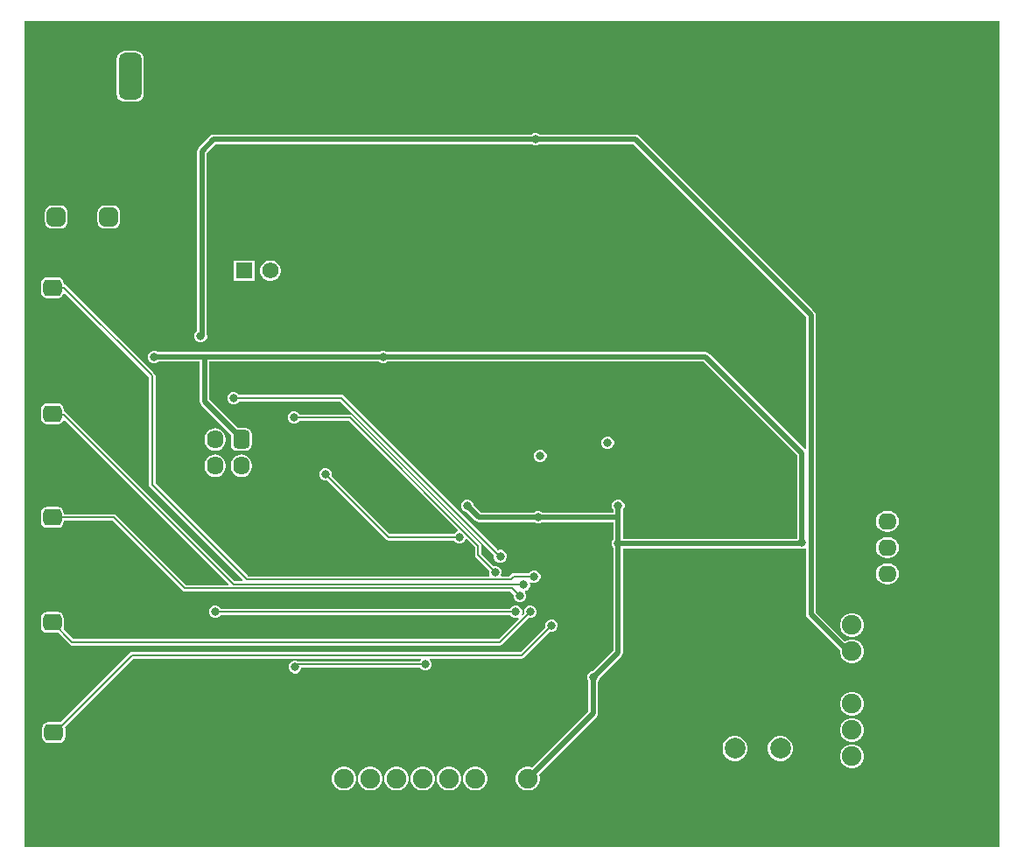
<source format=gbl>
G04*
G04 #@! TF.GenerationSoftware,Altium Limited,Altium Designer,22.6.1 (34)*
G04*
G04 Layer_Physical_Order=2*
G04 Layer_Color=16711680*
%FSTAX25Y25*%
%MOIN*%
G70*
G04*
G04 #@! TF.SameCoordinates,070C6B67-E07D-408F-9274-D07C1108151A*
G04*
G04*
G04 #@! TF.FilePolarity,Positive*
G04*
G01*
G75*
%ADD14C,0.02000*%
%ADD17C,0.00800*%
%ADD77C,0.07874*%
G04:AMPARAMS|DCode=78|XSize=70.87mil|YSize=62.99mil|CornerRadius=15.75mil|HoleSize=0mil|Usage=FLASHONLY|Rotation=0.000|XOffset=0mil|YOffset=0mil|HoleType=Round|Shape=RoundedRectangle|*
%AMROUNDEDRECTD78*
21,1,0.07087,0.03150,0,0,0.0*
21,1,0.03937,0.06299,0,0,0.0*
1,1,0.03150,0.01968,-0.01575*
1,1,0.03150,-0.01968,-0.01575*
1,1,0.03150,-0.01968,0.01575*
1,1,0.03150,0.01968,0.01575*
%
%ADD78ROUNDEDRECTD78*%
%ADD79O,0.07087X0.06299*%
G04:AMPARAMS|DCode=80|XSize=70.87mil|YSize=70.87mil|CornerRadius=17.72mil|HoleSize=0mil|Usage=FLASHONLY|Rotation=180.000|XOffset=0mil|YOffset=0mil|HoleType=Round|Shape=RoundedRectangle|*
%AMROUNDEDRECTD80*
21,1,0.07087,0.03543,0,0,180.0*
21,1,0.03543,0.07087,0,0,180.0*
1,1,0.03543,-0.01772,0.01772*
1,1,0.03543,0.01772,0.01772*
1,1,0.03543,0.01772,-0.01772*
1,1,0.03543,-0.01772,-0.01772*
%
%ADD80ROUNDEDRECTD80*%
%ADD81C,0.07087*%
G04:AMPARAMS|DCode=82|XSize=86.61mil|YSize=177.17mil|CornerRadius=21.65mil|HoleSize=0mil|Usage=FLASHONLY|Rotation=0.000|XOffset=0mil|YOffset=0mil|HoleType=Round|Shape=RoundedRectangle|*
%AMROUNDEDRECTD82*
21,1,0.08661,0.13386,0,0,0.0*
21,1,0.04331,0.17717,0,0,0.0*
1,1,0.04331,0.02165,-0.06693*
1,1,0.04331,-0.02165,-0.06693*
1,1,0.04331,-0.02165,0.06693*
1,1,0.04331,0.02165,0.06693*
%
%ADD82ROUNDEDRECTD82*%
%ADD83O,0.17717X0.08661*%
%ADD84O,0.08661X0.17717*%
%ADD85C,0.07480*%
%ADD86O,0.06299X0.07087*%
G04:AMPARAMS|DCode=87|XSize=62.99mil|YSize=70.87mil|CornerRadius=15.75mil|HoleSize=0mil|Usage=FLASHONLY|Rotation=180.000|XOffset=0mil|YOffset=0mil|HoleType=Round|Shape=RoundedRectangle|*
%AMROUNDEDRECTD87*
21,1,0.06299,0.03937,0,0,180.0*
21,1,0.03150,0.07087,0,0,180.0*
1,1,0.03150,-0.01575,0.01968*
1,1,0.03150,0.01575,0.01968*
1,1,0.03150,0.01575,-0.01968*
1,1,0.03150,-0.01575,-0.01968*
%
%ADD87ROUNDEDRECTD87*%
%ADD88C,0.06200*%
%ADD89R,0.06200X0.06200*%
G04:AMPARAMS|DCode=90|XSize=62.99mil|YSize=70.87mil|CornerRadius=15.75mil|HoleSize=0mil|Usage=FLASHONLY|Rotation=270.000|XOffset=0mil|YOffset=0mil|HoleType=Round|Shape=RoundedRectangle|*
%AMROUNDEDRECTD90*
21,1,0.06299,0.03937,0,0,270.0*
21,1,0.03150,0.07087,0,0,270.0*
1,1,0.03150,-0.01968,-0.01575*
1,1,0.03150,-0.01968,0.01575*
1,1,0.03150,0.01968,0.01575*
1,1,0.03150,0.01968,-0.01575*
%
%ADD90ROUNDEDRECTD90*%
%ADD91O,0.07087X0.06299*%
%ADD92C,0.03150*%
G36*
X0574174Y0177325D02*
X0202825D01*
X0202825Y0492174D01*
X0574174D01*
X0574174Y0177325D01*
D02*
G37*
%LPC*%
G36*
X0245287Y0480684D02*
X0240957D01*
X0240183Y0480582D01*
X0239461Y0480283D01*
X0238842Y0479808D01*
X0238367Y0479188D01*
X0238068Y0478467D01*
X0237966Y0477693D01*
Y0464307D01*
X0238068Y0463533D01*
X0238367Y0462812D01*
X0238842Y0462192D01*
X0239461Y0461717D01*
X0240183Y0461418D01*
X0240957Y0461316D01*
X0245287D01*
X0246061Y0461418D01*
X0246783Y0461717D01*
X0247402Y0462192D01*
X0247878Y0462812D01*
X0248176Y0463533D01*
X0248278Y0464307D01*
Y0477693D01*
X0248176Y0478467D01*
X0247878Y0479188D01*
X0247402Y0479808D01*
X0246783Y0480283D01*
X0246061Y0480582D01*
X0245287Y0480684D01*
D02*
G37*
G36*
X0236772Y0421866D02*
X0233228D01*
X0232557Y0421777D01*
X0231931Y0421518D01*
X0231394Y0421106D01*
X0230982Y0420569D01*
X0230723Y0419943D01*
X0230634Y0419272D01*
Y0415728D01*
X0230723Y0415057D01*
X0230982Y0414431D01*
X0231394Y0413894D01*
X0231931Y0413482D01*
X0232557Y0413223D01*
X0233228Y0413134D01*
X0236772D01*
X0237443Y0413223D01*
X0238069Y0413482D01*
X0238606Y0413894D01*
X0239018Y0414431D01*
X0239277Y0415057D01*
X0239366Y0415728D01*
Y0419272D01*
X0239277Y0419943D01*
X0239018Y0420569D01*
X0238606Y0421106D01*
X0238069Y0421518D01*
X0237443Y0421777D01*
X0236772Y0421866D01*
D02*
G37*
G36*
X0216772D02*
X0213228D01*
X0212557Y0421777D01*
X0211931Y0421518D01*
X0211394Y0421106D01*
X0210982Y0420569D01*
X0210723Y0419943D01*
X0210634Y0419272D01*
Y0415728D01*
X0210723Y0415057D01*
X0210982Y0414431D01*
X0211394Y0413894D01*
X0211931Y0413482D01*
X0212557Y0413223D01*
X0213228Y0413134D01*
X0216772D01*
X0217443Y0413223D01*
X0218069Y0413482D01*
X0218606Y0413894D01*
X0219018Y0414431D01*
X0219277Y0415057D01*
X0219366Y0415728D01*
Y0419272D01*
X0219277Y0419943D01*
X0219018Y0420569D01*
X0218606Y0421106D01*
X0218069Y0421518D01*
X0217443Y0421777D01*
X0216772Y0421866D01*
D02*
G37*
G36*
X0297013Y04009D02*
X0295987D01*
X0294995Y0400634D01*
X0294105Y0400121D01*
X0293379Y0399395D01*
X0292866Y0398505D01*
X02926Y0397513D01*
Y0396487D01*
X0292866Y0395495D01*
X0293379Y0394605D01*
X0294105Y0393879D01*
X0294995Y0393366D01*
X0295987Y03931D01*
X0297013D01*
X0298005Y0393366D01*
X0298895Y0393879D01*
X0299621Y0394605D01*
X0300134Y0395495D01*
X03004Y0396487D01*
Y0397513D01*
X0300134Y0398505D01*
X0299621Y0399395D01*
X0298895Y0400121D01*
X0298005Y0400634D01*
X0297013Y04009D01*
D02*
G37*
G36*
X02904D02*
X02826D01*
Y03931D01*
X02904D01*
Y04009D01*
D02*
G37*
G36*
X0425472Y0333875D02*
X0424528D01*
X0423655Y0333513D01*
X0422987Y0332845D01*
X0422625Y0331972D01*
Y0331028D01*
X0422987Y0330155D01*
X0423655Y0329487D01*
X0424528Y0329125D01*
X0425472D01*
X0426345Y0329487D01*
X0427013Y0330155D01*
X0427375Y0331028D01*
Y0331972D01*
X0427013Y0332845D01*
X0426345Y0333513D01*
X0425472Y0333875D01*
D02*
G37*
G36*
X0397972Y0449375D02*
X0397028D01*
X0396155Y0449013D01*
X0395977Y0448835D01*
X0275D01*
X0274298Y0448696D01*
X0273702Y0448298D01*
X0269202Y0443798D01*
X0268804Y0443202D01*
X0268665Y04425D01*
Y0374017D01*
X0268655Y0374013D01*
X0267987Y0373345D01*
X0267625Y0372472D01*
Y0371528D01*
X0267987Y0370655D01*
X0268655Y0369987D01*
X0269528Y0369625D01*
X0270472D01*
X0271345Y0369987D01*
X0272013Y0370655D01*
X0272375Y0371528D01*
Y0372472D01*
X0272335Y0372568D01*
Y044174D01*
X027576Y0445165D01*
X0395977D01*
X0396155Y0444987D01*
X0397028Y0444625D01*
X0397972D01*
X0398845Y0444987D01*
X0399023Y0445165D01*
X043474D01*
X0500539Y0379365D01*
Y0329263D01*
X0500039Y0329056D01*
X0463593Y0365502D01*
X0462998Y03659D01*
X0462295Y036604D01*
X0340957D01*
X0340779Y0366218D01*
X0339907Y036658D01*
X0338962D01*
X0338089Y0366218D01*
X0337911Y036604D01*
X0253818D01*
X0253641Y0366218D01*
X0252768Y036658D01*
X0251823D01*
X025095Y0366218D01*
X0250282Y036555D01*
X0249921Y0364677D01*
Y0363732D01*
X0250282Y036286D01*
X025095Y0362192D01*
X0251823Y036183D01*
X0252768D01*
X0253641Y0362192D01*
X0253818Y0362369D01*
X0269665D01*
Y0347087D01*
X0269804Y0346384D01*
X0270202Y0345789D01*
X0281504Y0334487D01*
Y0330724D01*
X0281688Y0329798D01*
X0282213Y0329012D01*
X0282999Y0328487D01*
X0283925Y0328303D01*
X0287075D01*
X0288001Y0328487D01*
X0288787Y0329012D01*
X0289312Y0329798D01*
X0289496Y0330724D01*
Y0334661D01*
X0289312Y0335588D01*
X0288787Y0336374D01*
X0288001Y0336898D01*
X0287075Y0337083D01*
X0284099D01*
X0273335Y0347847D01*
Y0362369D01*
X0337911D01*
X0338089Y0362192D01*
X0338962Y036183D01*
X0339907D01*
X0340779Y0362192D01*
X0340957Y0362369D01*
X0461535D01*
X0497165Y032674D01*
Y0295023D01*
X0496987Y0294845D01*
X0496983Y0294835D01*
X0430835D01*
Y0303D01*
Y0305977D01*
X0431013Y0306155D01*
X0431375Y0307028D01*
Y0307972D01*
X0431013Y0308845D01*
X0430345Y0309513D01*
X0429472Y0309875D01*
X0428528D01*
X0427655Y0309513D01*
X0426987Y0308845D01*
X0426625Y0307972D01*
Y0307028D01*
X0426987Y0306155D01*
X0427165Y0305977D01*
Y0304835D01*
X0400023D01*
X0399845Y0305013D01*
X0398972Y0305375D01*
X0398028D01*
X0397155Y0305013D01*
X0396977Y0304835D01*
X037676D01*
X0373875Y0307721D01*
Y0307972D01*
X0373513Y0308845D01*
X0372845Y0309513D01*
X0371972Y0309875D01*
X0371028D01*
X0370155Y0309513D01*
X0369487Y0308845D01*
X0369125Y0307972D01*
Y0307028D01*
X0369487Y0306155D01*
X0370155Y0305487D01*
X0371028Y0305125D01*
X0371279D01*
X0374702Y0301702D01*
X0375298Y0301304D01*
X0376Y0301165D01*
X0396977D01*
X0397155Y0300987D01*
X0398028Y0300625D01*
X0398972D01*
X0399845Y0300987D01*
X0400023Y0301165D01*
X0427165D01*
Y0294523D01*
X0426987Y0294345D01*
X0426625Y0293472D01*
Y0292528D01*
X0426987Y0291655D01*
X0427165Y0291477D01*
Y025226D01*
X0419279Y0244375D01*
X0419028D01*
X0418155Y0244013D01*
X0417487Y0243345D01*
X0417125Y0242472D01*
Y0241528D01*
X0417487Y0240655D01*
X0417665Y0240477D01*
Y022926D01*
X039616Y0207755D01*
X0395098Y020804D01*
X0393902D01*
X0392748Y0207731D01*
X0391712Y0207133D01*
X0390867Y0206288D01*
X0390269Y0205252D01*
X038996Y0204098D01*
Y0202902D01*
X0390269Y0201748D01*
X0390867Y0200712D01*
X0391712Y0199867D01*
X0392748Y0199269D01*
X0393902Y019896D01*
X0395098D01*
X0396252Y0199269D01*
X0397288Y0199867D01*
X0398133Y0200712D01*
X0398731Y0201748D01*
X039904Y0202902D01*
Y0204098D01*
X0398756Y020516D01*
X0420798Y0227202D01*
X0421196Y0227798D01*
X0421335Y02285D01*
Y0240477D01*
X0421513Y0240655D01*
X0421875Y0241528D01*
Y0241779D01*
X0430298Y0250202D01*
X0430696Y0250798D01*
X0430835Y02515D01*
Y0291165D01*
X0497687D01*
X049819Y0291265D01*
X0498528Y0291125D01*
X0499472D01*
X0500039Y029136D01*
X0500539Y0291028D01*
Y0266125D01*
X0500679Y0265423D01*
X0501077Y0264827D01*
X0513186Y0252718D01*
X0513238Y0252684D01*
X051346Y0252462D01*
Y0251402D01*
X0513769Y0250248D01*
X0514367Y0249212D01*
X0515212Y0248367D01*
X0516248Y0247769D01*
X0517402Y024746D01*
X0518598D01*
X0519752Y0247769D01*
X0520788Y0248367D01*
X0521633Y0249212D01*
X0522231Y0250248D01*
X052254Y0251402D01*
Y0252598D01*
X0522231Y0253752D01*
X0521633Y0254788D01*
X0520788Y0255633D01*
X0519752Y0256231D01*
X0518598Y025654D01*
X0517402D01*
X0516248Y0256231D01*
X0515371Y0255725D01*
X050421Y0266885D01*
Y0380125D01*
X050407Y0380827D01*
X0503673Y0381423D01*
X0436798Y0448298D01*
X0436202Y0448696D01*
X04355Y0448835D01*
X0399023D01*
X0398845Y0449013D01*
X0397972Y0449375D01*
D02*
G37*
G36*
X02755Y033707D02*
X0274469Y0336935D01*
X0273508Y0336537D01*
X0272683Y0335904D01*
X027205Y0335079D01*
X0271652Y0334118D01*
X0271516Y0333087D01*
Y0332299D01*
X0271652Y0331268D01*
X027205Y0330307D01*
X0272683Y0329482D01*
X0273508Y0328849D01*
X0274469Y0328451D01*
X02755Y0328315D01*
X0276531Y0328451D01*
X0277492Y0328849D01*
X0278317Y0329482D01*
X027895Y0330307D01*
X0279348Y0331268D01*
X0279484Y0332299D01*
Y0333087D01*
X0279348Y0334118D01*
X027895Y0335079D01*
X0278317Y0335904D01*
X0277492Y0336537D01*
X0276531Y0336935D01*
X02755Y033707D01*
D02*
G37*
G36*
X0399804Y0328875D02*
X0398859D01*
X0397986Y0328513D01*
X0397318Y0327845D01*
X0396957Y0326972D01*
Y0326028D01*
X0397318Y0325155D01*
X0397986Y0324487D01*
X0398859Y0324125D01*
X0399804D01*
X0400677Y0324487D01*
X0401345Y0325155D01*
X0401706Y0326028D01*
Y0326972D01*
X0401345Y0327845D01*
X0400677Y0328513D01*
X0399804Y0328875D01*
D02*
G37*
G36*
X02855Y032707D02*
X0284469Y0326935D01*
X0283508Y0326537D01*
X0282683Y0325904D01*
X028205Y0325079D01*
X0281652Y0324118D01*
X0281516Y0323087D01*
Y0322299D01*
X0281652Y0321268D01*
X028205Y0320307D01*
X0282683Y0319482D01*
X0283508Y0318849D01*
X0284469Y0318451D01*
X02855Y0318316D01*
X0286531Y0318451D01*
X0287492Y0318849D01*
X0288317Y0319482D01*
X028895Y0320307D01*
X0289348Y0321268D01*
X0289484Y0322299D01*
Y0323087D01*
X0289348Y0324118D01*
X028895Y0325079D01*
X0288317Y0325904D01*
X0287492Y0326537D01*
X0286531Y0326935D01*
X02855Y032707D01*
D02*
G37*
G36*
X02755D02*
X0274469Y0326935D01*
X0273508Y0326537D01*
X0272683Y0325904D01*
X027205Y0325079D01*
X0271652Y0324118D01*
X0271516Y0323087D01*
Y0322299D01*
X0271652Y0321268D01*
X027205Y0320307D01*
X0272683Y0319482D01*
X0273508Y0318849D01*
X0274469Y0318451D01*
X02755Y0318316D01*
X0276531Y0318451D01*
X0277492Y0318849D01*
X0278317Y0319482D01*
X027895Y0320307D01*
X0279348Y0321268D01*
X0279484Y0322299D01*
Y0323087D01*
X0279348Y0324118D01*
X027895Y0325079D01*
X0278317Y0325904D01*
X0277492Y0326537D01*
X0276531Y0326935D01*
X02755Y032707D01*
D02*
G37*
G36*
X0531894Y0305484D02*
X0531106D01*
X0530075Y0305348D01*
X0529114Y030495D01*
X0528289Y0304317D01*
X0527656Y0303492D01*
X0527258Y0302531D01*
X0527123Y03015D01*
X0527258Y0300469D01*
X0527656Y0299508D01*
X0528289Y0298683D01*
X0529114Y029805D01*
X0530075Y0297652D01*
X0531106Y0297516D01*
X0531894D01*
X0532925Y0297652D01*
X0533885Y029805D01*
X0534711Y0298683D01*
X0535344Y0299508D01*
X0535742Y0300469D01*
X0535877Y03015D01*
X0535742Y0302531D01*
X0535344Y0303492D01*
X0534711Y0304317D01*
X0533885Y030495D01*
X0532925Y0305348D01*
X0531894Y0305484D01*
D02*
G37*
G36*
Y0295484D02*
X0531106D01*
X0530075Y0295348D01*
X0529114Y029495D01*
X0528289Y0294317D01*
X0527656Y0293492D01*
X0527258Y0292531D01*
X0527123Y02915D01*
X0527258Y0290469D01*
X0527656Y0289508D01*
X0528289Y0288683D01*
X0529114Y028805D01*
X0530075Y0287652D01*
X0531106Y0287516D01*
X0531894D01*
X0532925Y0287652D01*
X0533885Y028805D01*
X0534711Y0288683D01*
X0535344Y0289508D01*
X0535742Y0290469D01*
X0535877Y02915D01*
X0535742Y0292531D01*
X0535344Y0293492D01*
X0534711Y0294317D01*
X0533885Y029495D01*
X0532925Y0295348D01*
X0531894Y0295484D01*
D02*
G37*
G36*
X0282972Y0350875D02*
X0282028D01*
X0281155Y0350513D01*
X0280487Y0349845D01*
X0280125Y0348972D01*
Y0348028D01*
X0280487Y0347155D01*
X0281155Y0346487D01*
X0282028Y0346125D01*
X0282972D01*
X0283845Y0346487D01*
X0284513Y0347155D01*
X0284564Y0347276D01*
X0323088D01*
X0381672Y0288692D01*
Y0287771D01*
X0382034Y0286898D01*
X0382702Y028623D01*
X0383575Y0285868D01*
X038452D01*
X0385392Y028623D01*
X0386061Y0286898D01*
X0386422Y0287771D01*
Y0288715D01*
X0386061Y0289588D01*
X0385392Y0290256D01*
X038452Y0290618D01*
X0383575D01*
X0383315Y029051D01*
X032446Y0349365D01*
X0324063Y034963D01*
X0323594Y0349724D01*
X0284564D01*
X0284513Y0349845D01*
X0283845Y0350513D01*
X0282972Y0350875D01*
D02*
G37*
G36*
X0215469Y0394496D02*
X0211531D01*
X0210605Y0394312D01*
X0209819Y0393787D01*
X0209295Y0393001D01*
X020911Y0392075D01*
Y0388925D01*
X0209295Y0387999D01*
X0209819Y0387213D01*
X0210605Y0386688D01*
X0211531Y0386504D01*
X0215469D01*
X0216395Y0386688D01*
X0217181Y0387213D01*
X0217705Y0387999D01*
X0217779Y0388367D01*
X0218257Y0388512D01*
X0250276Y0356493D01*
Y03155D01*
X025037Y0315032D01*
X0250635Y0314635D01*
X0285984Y0279285D01*
X0285793Y0278823D01*
X0282907D01*
X021864Y0343091D01*
X0218243Y0343356D01*
X021789Y0343426D01*
Y0344075D01*
X0217705Y0345001D01*
X0217181Y0345787D01*
X0216395Y0346312D01*
X0215469Y0346496D01*
X0211531D01*
X0210605Y0346312D01*
X0209819Y0345787D01*
X0209295Y0345001D01*
X020911Y0344075D01*
Y0340925D01*
X0209295Y0339999D01*
X0209819Y0339213D01*
X0210605Y0338688D01*
X0211531Y0338504D01*
X0215469D01*
X0216395Y0338688D01*
X0217181Y0339213D01*
X0217649Y0339914D01*
X0218192Y0340077D01*
X0280584Y0277685D01*
X0280393Y0277223D01*
X0264507D01*
X0237865Y0303865D01*
X0237468Y030413D01*
X0237Y0304223D01*
X021789D01*
Y0304575D01*
X0217705Y0305501D01*
X0217181Y0306287D01*
X0216395Y0306812D01*
X0215469Y0306996D01*
X0211531D01*
X0210605Y0306812D01*
X0209819Y0306287D01*
X0209295Y0305501D01*
X020911Y0304575D01*
Y0301425D01*
X0209295Y0300499D01*
X0209819Y0299713D01*
X0210605Y0299188D01*
X0211531Y0299004D01*
X0215469D01*
X0216395Y0299188D01*
X0217181Y0299713D01*
X0217705Y0300499D01*
X021789Y0301425D01*
Y0301777D01*
X0236493D01*
X0263135Y0275135D01*
X0263532Y027487D01*
X0264Y0274777D01*
X0387993D01*
X0389176Y0273594D01*
X0389125Y0273472D01*
Y0272528D01*
X0389487Y0271655D01*
X0390155Y0270987D01*
X0391028Y0270625D01*
X0391972D01*
X0392845Y0270987D01*
X0393513Y0271655D01*
X0393875Y0272528D01*
Y0273472D01*
X0393513Y0274345D01*
X0393402Y0274456D01*
X0393596Y0274969D01*
X0394345Y027528D01*
X0395013Y0275948D01*
X0395375Y027682D01*
Y0277765D01*
X0395167Y0278268D01*
X0395591Y0278551D01*
X0395655Y0278487D01*
X0396528Y0278125D01*
X0397472D01*
X0398345Y0278487D01*
X0399013Y0279155D01*
X0399375Y0280028D01*
Y0280972D01*
X0399013Y0281845D01*
X0398345Y0282513D01*
X0397472Y0282875D01*
X0396528D01*
X0395655Y0282513D01*
X0394987Y0281845D01*
X0394936Y0281723D01*
X0389236D01*
X0388768Y028163D01*
X0388371Y0281365D01*
X0387622Y0280616D01*
X0384628D01*
X0384302Y0281116D01*
X0384542Y0281695D01*
Y028264D01*
X0384181Y0283513D01*
X0383513Y0284181D01*
X038264Y0284542D01*
X0381695D01*
X0381573Y0284492D01*
X0376907Y0289158D01*
Y0292241D01*
X0376814Y0292709D01*
X0376549Y0293106D01*
X0327789Y0341865D01*
X0327392Y034213D01*
X0326924Y0342224D01*
X0307564D01*
X0307513Y0342345D01*
X0306845Y0343013D01*
X0305972Y0343375D01*
X0305028D01*
X0304155Y0343013D01*
X0303487Y0342345D01*
X0303125Y0341472D01*
Y0340528D01*
X0303487Y0339655D01*
X0304155Y0338987D01*
X0305028Y0338625D01*
X0305972D01*
X0306845Y0338987D01*
X0307513Y0339655D01*
X0307564Y0339776D01*
X0326417D01*
X0367857Y0298337D01*
X0367734Y0297753D01*
X0367155Y0297513D01*
X0366487Y0296845D01*
X0366436Y0296724D01*
X0342007D01*
X0319824Y0318906D01*
X0319875Y0319028D01*
Y0319972D01*
X0319513Y0320845D01*
X0318845Y0321513D01*
X0317972Y0321875D01*
X0317028D01*
X0316155Y0321513D01*
X0315487Y0320845D01*
X0315125Y0319972D01*
Y0319028D01*
X0315487Y0318155D01*
X0316155Y0317487D01*
X0317028Y0317125D01*
X0317972D01*
X0318094Y0317176D01*
X0340635Y0294635D01*
X0341032Y029437D01*
X03415Y0294276D01*
X0366436D01*
X0366487Y0294155D01*
X0367155Y0293487D01*
X0368028Y0293125D01*
X0368972D01*
X0369845Y0293487D01*
X0370513Y0294155D01*
X0370753Y0294734D01*
X0371337Y0294857D01*
X037446Y0291734D01*
Y0288651D01*
X0374553Y0288183D01*
X0374818Y0287786D01*
X0379843Y0282762D01*
X0379793Y028264D01*
Y0281695D01*
X0380032Y0281116D01*
X0379707Y0280616D01*
X0288114D01*
X0252724Y0316007D01*
Y0357D01*
X025263Y0357468D01*
X0252365Y0357865D01*
X0218865Y0391365D01*
X0218468Y039163D01*
X0218Y0391723D01*
X021789D01*
Y0392075D01*
X0217705Y0393001D01*
X0217181Y0393787D01*
X0216395Y0394312D01*
X0215469Y0394496D01*
D02*
G37*
G36*
X0531894Y0285484D02*
X0531106D01*
X0530075Y0285348D01*
X0529114Y028495D01*
X0528289Y0284317D01*
X0527656Y0283492D01*
X0527258Y0282531D01*
X0527123Y02815D01*
X0527258Y0280469D01*
X0527656Y0279508D01*
X0528289Y0278683D01*
X0529114Y027805D01*
X0530075Y0277652D01*
X0531106Y0277516D01*
X0531894D01*
X0532925Y0277652D01*
X0533885Y027805D01*
X0534711Y0278683D01*
X0535344Y0279508D01*
X0535742Y0280469D01*
X0535877Y02815D01*
X0535742Y0282531D01*
X0535344Y0283492D01*
X0534711Y0284317D01*
X0533885Y028495D01*
X0532925Y0285348D01*
X0531894Y0285484D01*
D02*
G37*
G36*
X0395972Y0269375D02*
X0395028D01*
X0394155Y0269013D01*
X0393487Y0268345D01*
X0393125Y0267472D01*
Y0266528D01*
X0393176Y0266406D01*
X0392646Y0265877D01*
X0392222Y026616D01*
X0392375Y0266528D01*
Y0267472D01*
X0392013Y0268345D01*
X0391345Y0269013D01*
X0390472Y0269375D01*
X0389528D01*
X0388655Y0269013D01*
X0387987Y0268345D01*
X0387936Y0268224D01*
X0277564D01*
X0277513Y0268345D01*
X0276845Y0269013D01*
X0275972Y0269375D01*
X0275028D01*
X0274155Y0269013D01*
X0273487Y0268345D01*
X0273125Y0267472D01*
Y0266528D01*
X0273487Y0265655D01*
X0274155Y0264987D01*
X0275028Y0264625D01*
X0275972D01*
X0276845Y0264987D01*
X0277513Y0265655D01*
X0277564Y0265776D01*
X0387936D01*
X0387987Y0265655D01*
X0388655Y0264987D01*
X0389528Y0264625D01*
X0390472D01*
X039084Y0264777D01*
X0391123Y0264354D01*
X0383493Y0256723D01*
X0221507D01*
X021771Y026052D01*
X021789Y0261425D01*
Y0264575D01*
X0217705Y0265501D01*
X0217181Y0266287D01*
X0216395Y0266812D01*
X0215469Y0266996D01*
X0211531D01*
X0210605Y0266812D01*
X0209819Y0266287D01*
X0209295Y0265501D01*
X020911Y0264575D01*
Y0261425D01*
X0209295Y0260499D01*
X0209819Y0259713D01*
X0210605Y0259188D01*
X0211531Y0259004D01*
X0215469D01*
X0215717Y0259053D01*
X0220135Y0254635D01*
X0220532Y025437D01*
X0221Y0254276D01*
X0384D01*
X0384468Y025437D01*
X0384865Y0254635D01*
X0394906Y0264676D01*
X0395028Y0264625D01*
X0395972D01*
X0396845Y0264987D01*
X0397513Y0265655D01*
X0397875Y0266528D01*
Y0267472D01*
X0397513Y0268345D01*
X0396845Y0269013D01*
X0395972Y0269375D01*
D02*
G37*
G36*
X0404106Y0264241D02*
X0403161D01*
X0402289Y0263879D01*
X0401621Y0263211D01*
X0401259Y0262338D01*
Y0261394D01*
X0401309Y0261272D01*
X0391761Y0251724D01*
X0243894D01*
X0243425Y025163D01*
X0243028Y0251365D01*
X0216545Y0224882D01*
X0215968Y0224996D01*
X0212032D01*
X0211105Y0224812D01*
X0210319Y0224287D01*
X0209794Y0223501D01*
X020961Y0222575D01*
Y0219425D01*
X0209794Y0218499D01*
X0210319Y0217713D01*
X0211105Y0217188D01*
X0212032Y0217004D01*
X0215968D01*
X0216895Y0217188D01*
X0217681Y0217713D01*
X0218205Y0218499D01*
X021839Y0219425D01*
Y0222575D01*
X0218275Y0223151D01*
X0244401Y0249276D01*
X0353711D01*
X0353918Y0248777D01*
X0353487Y0248345D01*
X0353436Y0248223D01*
X0307D01*
X0306832Y024819D01*
X0306447Y0248349D01*
X0305502D01*
X0304629Y0247988D01*
X0303961Y024732D01*
X03036Y0246447D01*
Y0245502D01*
X0303961Y0244629D01*
X0304629Y0243961D01*
X0305502Y02436D01*
X0306447D01*
X030732Y0243961D01*
X0307988Y0244629D01*
X0308349Y0245502D01*
Y0245777D01*
X0353436D01*
X0353487Y0245655D01*
X0354155Y0244987D01*
X0355028Y0244625D01*
X0355972D01*
X0356845Y0244987D01*
X0357513Y0245655D01*
X0357875Y0246528D01*
Y0247472D01*
X0357513Y0248345D01*
X0357082Y0248777D01*
X0357289Y0249276D01*
X0392268D01*
X0392736Y024937D01*
X0393133Y0249635D01*
X040304Y0259542D01*
X0403161Y0259491D01*
X0404106D01*
X0404979Y0259853D01*
X0405647Y0260521D01*
X0406009Y0261394D01*
Y0262338D01*
X0405647Y0263211D01*
X0404979Y0263879D01*
X0404106Y0264241D01*
D02*
G37*
G36*
X0518598Y026654D02*
X0517402D01*
X0516248Y0266231D01*
X0515212Y0265633D01*
X0514367Y0264788D01*
X0513769Y0263752D01*
X051346Y0262598D01*
Y0261402D01*
X0513769Y0260248D01*
X0514367Y0259212D01*
X0515212Y0258367D01*
X0516248Y0257769D01*
X0517402Y025746D01*
X0518598D01*
X0519752Y0257769D01*
X0520788Y0258367D01*
X0521633Y0259212D01*
X0522231Y0260248D01*
X052254Y0261402D01*
Y0262598D01*
X0522231Y0263752D01*
X0521633Y0264788D01*
X0520788Y0265633D01*
X0519752Y0266231D01*
X0518598Y026654D01*
D02*
G37*
G36*
Y023654D02*
X0517402D01*
X0516248Y0236231D01*
X0515212Y0235633D01*
X0514367Y0234788D01*
X0513769Y0233752D01*
X051346Y0232598D01*
Y0231402D01*
X0513769Y0230248D01*
X0514367Y0229212D01*
X0515212Y0228367D01*
X0516248Y0227769D01*
X0517402Y022746D01*
X0518598D01*
X0519752Y0227769D01*
X0520788Y0228367D01*
X0521633Y0229212D01*
X0522231Y0230248D01*
X052254Y0231402D01*
Y0232598D01*
X0522231Y0233752D01*
X0521633Y0234788D01*
X0520788Y0235633D01*
X0519752Y0236231D01*
X0518598Y023654D01*
D02*
G37*
G36*
Y022654D02*
X0517402D01*
X0516248Y0226231D01*
X0515212Y0225633D01*
X0514367Y0224788D01*
X0513769Y0223752D01*
X051346Y0222598D01*
Y0221402D01*
X0513769Y0220248D01*
X0514367Y0219212D01*
X0515212Y0218367D01*
X0516248Y0217769D01*
X0517402Y021746D01*
X0518598D01*
X0519752Y0217769D01*
X0520788Y0218367D01*
X0521633Y0219212D01*
X0522231Y0220248D01*
X052254Y0221402D01*
Y0222598D01*
X0522231Y0223752D01*
X0521633Y0224788D01*
X0520788Y0225633D01*
X0519752Y0226231D01*
X0518598Y022654D01*
D02*
G37*
G36*
X0491391Y0219737D02*
X0490144D01*
X0488939Y0219414D01*
X0487859Y0218791D01*
X0486977Y0217909D01*
X0486353Y0216828D01*
X0486031Y0215624D01*
Y0214376D01*
X0486353Y0213172D01*
X0486977Y0212091D01*
X0487859Y0211209D01*
X0488939Y0210586D01*
X0490144Y0210263D01*
X0491391D01*
X0492596Y0210586D01*
X0493676Y0211209D01*
X0494558Y0212091D01*
X0495182Y0213172D01*
X0495505Y0214376D01*
Y0215624D01*
X0495182Y0216828D01*
X0494558Y0217909D01*
X0493676Y0218791D01*
X0492596Y0219414D01*
X0491391Y0219737D01*
D02*
G37*
G36*
X0474068D02*
X0472821D01*
X0471616Y0219414D01*
X0470536Y0218791D01*
X0469654Y0217909D01*
X0469031Y0216828D01*
X0468708Y0215624D01*
Y0214376D01*
X0469031Y0213172D01*
X0469654Y0212091D01*
X0470536Y0211209D01*
X0471616Y0210586D01*
X0472821Y0210263D01*
X0474068D01*
X0475273Y0210586D01*
X0476354Y0211209D01*
X0477235Y0212091D01*
X0477859Y0213172D01*
X0478182Y0214376D01*
Y0215624D01*
X0477859Y0216828D01*
X0477235Y0217909D01*
X0476354Y0218791D01*
X0475273Y0219414D01*
X0474068Y0219737D01*
D02*
G37*
G36*
X0518598Y021654D02*
X0517402D01*
X0516248Y0216231D01*
X0515212Y0215633D01*
X0514367Y0214788D01*
X0513769Y0213752D01*
X051346Y0212598D01*
Y0211402D01*
X0513769Y0210248D01*
X0514367Y0209212D01*
X0515212Y0208367D01*
X0516248Y0207769D01*
X0517402Y020746D01*
X0518598D01*
X0519752Y0207769D01*
X0520788Y0208367D01*
X0521633Y0209212D01*
X0522231Y0210248D01*
X052254Y0211402D01*
Y0212598D01*
X0522231Y0213752D01*
X0521633Y0214788D01*
X0520788Y0215633D01*
X0519752Y0216231D01*
X0518598Y021654D01*
D02*
G37*
G36*
X0375098Y020804D02*
X0373902D01*
X0372748Y0207731D01*
X0371712Y0207133D01*
X0370867Y0206288D01*
X0370269Y0205252D01*
X036996Y0204098D01*
Y0202902D01*
X0370269Y0201748D01*
X0370867Y0200712D01*
X0371712Y0199867D01*
X0372748Y0199269D01*
X0373902Y019896D01*
X0375098D01*
X0376252Y0199269D01*
X0377288Y0199867D01*
X0378133Y0200712D01*
X0378731Y0201748D01*
X037904Y0202902D01*
Y0204098D01*
X0378731Y0205252D01*
X0378133Y0206288D01*
X0377288Y0207133D01*
X0376252Y0207731D01*
X0375098Y020804D01*
D02*
G37*
G36*
X0365098D02*
X0363902D01*
X0362748Y0207731D01*
X0361712Y0207133D01*
X0360867Y0206288D01*
X0360269Y0205252D01*
X035996Y0204098D01*
Y0202902D01*
X0360269Y0201748D01*
X0360867Y0200712D01*
X0361712Y0199867D01*
X0362748Y0199269D01*
X0363902Y019896D01*
X0365098D01*
X0366252Y0199269D01*
X0367288Y0199867D01*
X0368133Y0200712D01*
X0368731Y0201748D01*
X036904Y0202902D01*
Y0204098D01*
X0368731Y0205252D01*
X0368133Y0206288D01*
X0367288Y0207133D01*
X0366252Y0207731D01*
X0365098Y020804D01*
D02*
G37*
G36*
X0355098D02*
X0353902D01*
X0352748Y0207731D01*
X0351712Y0207133D01*
X0350867Y0206288D01*
X0350269Y0205252D01*
X034996Y0204098D01*
Y0202902D01*
X0350269Y0201748D01*
X0350867Y0200712D01*
X0351712Y0199867D01*
X0352748Y0199269D01*
X0353902Y019896D01*
X0355098D01*
X0356252Y0199269D01*
X0357288Y0199867D01*
X0358133Y0200712D01*
X0358731Y0201748D01*
X035904Y0202902D01*
Y0204098D01*
X0358731Y0205252D01*
X0358133Y0206288D01*
X0357288Y0207133D01*
X0356252Y0207731D01*
X0355098Y020804D01*
D02*
G37*
G36*
X0345098D02*
X0343902D01*
X0342748Y0207731D01*
X0341712Y0207133D01*
X0340867Y0206288D01*
X0340269Y0205252D01*
X033996Y0204098D01*
Y0202902D01*
X0340269Y0201748D01*
X0340867Y0200712D01*
X0341712Y0199867D01*
X0342748Y0199269D01*
X0343902Y019896D01*
X0345098D01*
X0346252Y0199269D01*
X0347288Y0199867D01*
X0348133Y0200712D01*
X0348731Y0201748D01*
X034904Y0202902D01*
Y0204098D01*
X0348731Y0205252D01*
X0348133Y0206288D01*
X0347288Y0207133D01*
X0346252Y0207731D01*
X0345098Y020804D01*
D02*
G37*
G36*
X0335098D02*
X0333902D01*
X0332748Y0207731D01*
X0331712Y0207133D01*
X0330867Y0206288D01*
X0330269Y0205252D01*
X032996Y0204098D01*
Y0202902D01*
X0330269Y0201748D01*
X0330867Y0200712D01*
X0331712Y0199867D01*
X0332748Y0199269D01*
X0333902Y019896D01*
X0335098D01*
X0336252Y0199269D01*
X0337288Y0199867D01*
X0338133Y0200712D01*
X0338731Y0201748D01*
X033904Y0202902D01*
Y0204098D01*
X0338731Y0205252D01*
X0338133Y0206288D01*
X0337288Y0207133D01*
X0336252Y0207731D01*
X0335098Y020804D01*
D02*
G37*
G36*
X0325098D02*
X0323902D01*
X0322748Y0207731D01*
X0321712Y0207133D01*
X0320867Y0206288D01*
X0320269Y0205252D01*
X031996Y0204098D01*
Y0202902D01*
X0320269Y0201748D01*
X0320867Y0200712D01*
X0321712Y0199867D01*
X0322748Y0199269D01*
X0323902Y019896D01*
X0325098D01*
X0326252Y0199269D01*
X0327288Y0199867D01*
X0328133Y0200712D01*
X0328731Y0201748D01*
X032904Y0202902D01*
Y0204098D01*
X0328731Y0205252D01*
X0328133Y0206288D01*
X0327288Y0207133D01*
X0326252Y0207731D01*
X0325098Y020804D01*
D02*
G37*
%LPD*%
D14*
X03985Y0303D02*
X0429D01*
X0376D02*
X03985D01*
X03715Y03075D02*
X0376Y0303D01*
X0514484Y0254016D02*
X0514501D01*
X0502375Y0266125D02*
X0514484Y0254016D01*
X0502375Y0266125D02*
Y0380125D01*
X0516Y02525D02*
Y0252518D01*
X0514501Y0254016D02*
X0516Y0252518D01*
X0242Y04205D02*
X02635D01*
X0235Y04275D02*
X0242Y04205D01*
X0413Y04385D02*
X04135Y0439D01*
X039Y04385D02*
X0413D01*
X04355Y0447D02*
X0502375Y0380125D01*
X03975Y0447D02*
X04355D01*
X0275D02*
X03975D01*
X0305328Y038072D02*
X03065Y0381891D01*
Y0397D01*
X028672Y038072D02*
X0305328D01*
X02865Y03805D02*
X028672Y038072D01*
X0252295Y0364205D02*
X02715D01*
X02855Y0332693D02*
Y0333087D01*
X02715Y0347087D02*
X02855Y0333087D01*
X02715Y0347087D02*
Y0364205D01*
X0399Y0218D02*
Y0234D01*
X03845Y02035D02*
X0399Y0218D01*
X03945Y02035D02*
X04195Y02285D01*
Y0242D01*
X0429Y02515D01*
Y0293D01*
X0497687D01*
X02705Y03725D02*
Y04425D01*
X0275Y0447D01*
X027Y0372D02*
X02705Y03725D01*
X0429Y0303D02*
Y03075D01*
Y0293D02*
Y0303D01*
X0462295Y0364205D02*
X0499Y03275D01*
Y02935D02*
Y03275D01*
X02715Y0364205D02*
X0462295D01*
D17*
X03055Y0341D02*
X0326924D01*
X0375684Y0292241D01*
Y0288651D02*
Y0292241D01*
Y0288651D02*
X0382167Y0282167D01*
X0287607Y0279393D02*
X0388129D01*
X0389236Y02805D01*
X02515Y03155D02*
X0287607Y0279393D01*
X0389236Y02805D02*
X0397D01*
X0389263Y02775D02*
X0392793D01*
X0393Y0277293D01*
X0323594Y03485D02*
X0383852Y0288243D01*
X0384047D01*
X0240143Y02715D02*
X0307D01*
X0339D01*
X02385Y0273D02*
X0238643D01*
X0240143Y02715D01*
X02825Y03485D02*
X0323594D01*
X0221Y02555D02*
X0384D01*
X02135Y0263D02*
X0221Y02555D01*
X0384D02*
X03955Y0267D01*
X0214394Y0221D02*
X0243894Y02505D01*
X0392268D02*
X0403634Y0261866D01*
X0243894Y02505D02*
X0392268D01*
X0214Y0221D02*
X0214394D01*
X0217775Y0342225D02*
X02824Y02776D01*
X0389163D02*
X0389263Y02775D01*
X0237Y0303D02*
X0264Y0276D01*
X03885D02*
X03915Y0273D01*
X0264Y0276D02*
X03885D01*
X02824Y02776D02*
X0389163D01*
X02135Y0303D02*
X0237D01*
X0213775Y0342225D02*
X0217775D01*
X02135Y03425D02*
X0213775Y0342225D01*
X02515Y03155D02*
Y0357D01*
X0218Y03905D02*
X02515Y0357D01*
X02135Y03905D02*
X0218D01*
X03415Y02955D02*
X03685D01*
X03175Y03195D02*
X03415Y02955D01*
X02755Y0267D02*
X039D01*
X0305975Y0245975D02*
X0307Y0247D01*
X03555D01*
D77*
X0473445Y0215D02*
D03*
X0490768D02*
D03*
D78*
X0214Y0221D02*
D03*
X02135Y0303D02*
D03*
Y03905D02*
D03*
Y03425D02*
D03*
Y0263D02*
D03*
D79*
X0214Y0211D02*
D03*
X02135Y0293D02*
D03*
Y03805D02*
D03*
Y03325D02*
D03*
Y0253D02*
D03*
D80*
X0235Y04175D02*
D03*
X0215D02*
D03*
D81*
X0235Y04275D02*
D03*
X0215D02*
D03*
D82*
X0243122Y0471D02*
D03*
D83*
X0232295Y0452299D02*
D03*
D84*
X02195Y0471D02*
D03*
D85*
X03945Y02035D02*
D03*
X03845D02*
D03*
X03745D02*
D03*
X03645D02*
D03*
X03545D02*
D03*
X03445D02*
D03*
X03345D02*
D03*
X03245D02*
D03*
X0518Y0262D02*
D03*
Y0252D02*
D03*
Y0242D02*
D03*
Y0232D02*
D03*
Y0222D02*
D03*
Y0212D02*
D03*
D86*
X02755Y0332693D02*
D03*
X02855Y0322693D02*
D03*
X02755D02*
D03*
X02655Y0332693D02*
D03*
Y0322693D02*
D03*
D87*
X02855Y0332693D02*
D03*
D88*
X03065Y0397D02*
D03*
X02965D02*
D03*
D89*
X02865D02*
D03*
D90*
X05315Y03115D02*
D03*
D91*
Y03015D02*
D03*
Y02915D02*
D03*
Y02815D02*
D03*
D92*
X03055Y0341D02*
D03*
X0382167Y0282167D02*
D03*
X0393Y0277293D02*
D03*
X0384047Y0288243D02*
D03*
X0307Y02715D02*
D03*
X0425Y03315D02*
D03*
X0399331Y03265D02*
D03*
X03985Y0303D02*
D03*
X02635Y04205D02*
D03*
X02385Y0273D02*
D03*
X0339Y02715D02*
D03*
X04135Y0439D02*
D03*
X039Y04385D02*
D03*
X02865Y03805D02*
D03*
X0339434Y0364205D02*
D03*
X0399Y0234D02*
D03*
X04195Y0242D02*
D03*
X027Y0372D02*
D03*
X03975Y0447D02*
D03*
X03715Y03075D02*
D03*
X0429D02*
D03*
Y0293D02*
D03*
X0499Y02935D02*
D03*
X0252295Y0364205D02*
D03*
X0403634Y0261866D02*
D03*
X03955Y0267D02*
D03*
X03915Y0273D02*
D03*
X0397Y02805D02*
D03*
X03175Y03195D02*
D03*
X03685Y02955D02*
D03*
X02825Y03485D02*
D03*
X02755Y0267D02*
D03*
X039D02*
D03*
X0305975Y0245975D02*
D03*
X03555Y0247D02*
D03*
M02*

</source>
